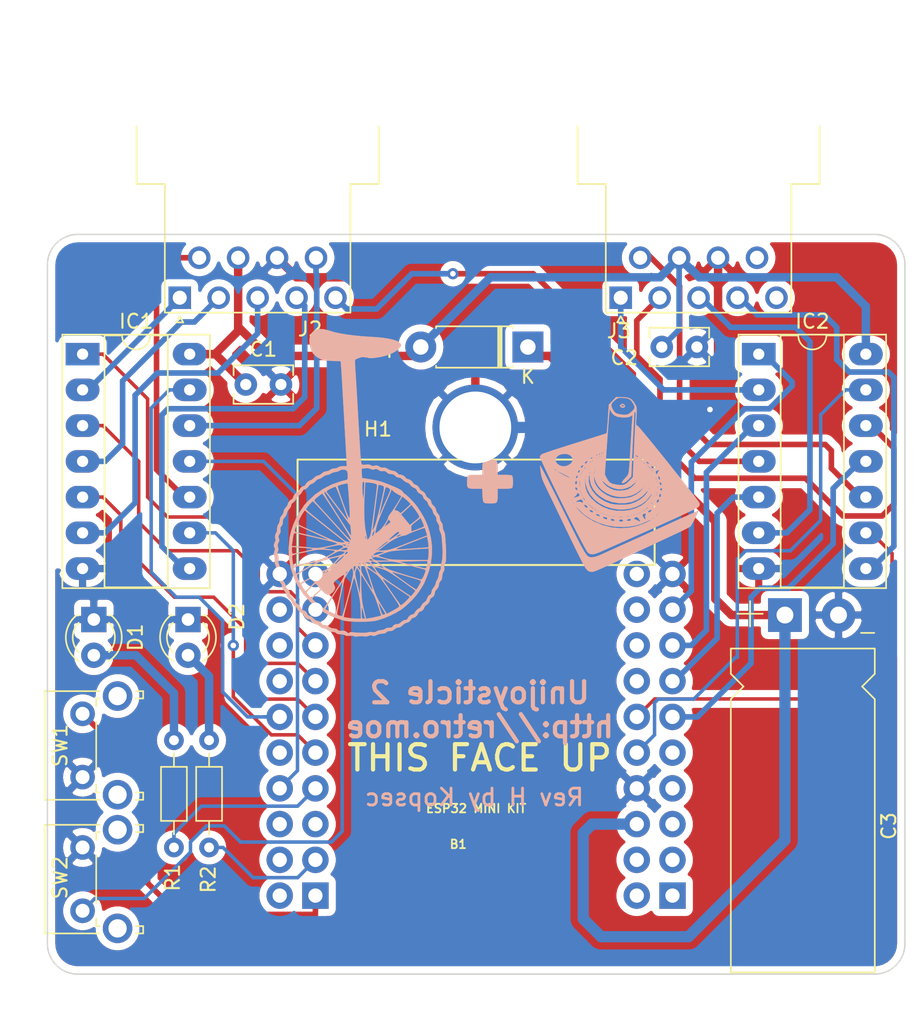
<source format=kicad_pcb>
(kicad_pcb (version 20171130) (host pcbnew "(5.1.0)-1")
  (layers (0 F.Cu signal) (31 B.Cu signal) (34 B.Paste user) (35 F.Paste user) (36 B.SilkS user hide) (37 F.SilkS user) (38 B.Mask user) (39 F.Mask user) (44 Edge.Cuts user))
  (net 0 "")
  (net 1 "Net-(B1-Pad6)")
  (net 2 "Net-(B1-Pad8)")
  (net 3 "Net-(B1-Pad4)")
  (net 4 GPIO_J2FIRE)
  (net 5 GPIO_J2LEFT)
  (net 6 GPIO_J2DOWN)
  (net 7 GPIO_J2UP)
  (net 8 GND)
  (net 9 "Net-(B1-Pad7)")
  (net 10 "Net-(B1-Pad15)")
  (net 11 VDD)
  (net 12 GPIO_J1POTY)
  (net 13 GPIO_J2RIGHT)
  (net 14 "Net-(B1-Pad21)")
  (net 15 "Net-(B1-Pad22)")
  (net 16 "Net-(B1-Pad3)")
  (net 17 "Net-(B1-Pad36)")
  (net 18 GPIO_J1UP)
  (net 19 GPIO_J1DOWN)
  (net 20 GPIO_J1LEFT)
  (net 21 GPIO_J1RIGHT)
  (net 22 GPIO_J1LED)
  (net 23 GPIO_J2LED)
  (net 24 GPIO_SWITCH_JOY)
  (net 25 "Net-(B1-Pad39)")
  (net 26 "Net-(B1-Pad35)")
  (net 27 GPIO_J1POTX)
  (net 28 "Net-(B1-Pad34)")
  (net 29 GPIO_J1FIRE)
  (net 30 "Net-(B1-Pad9)")
  (net 31 "Net-(B1-Pad11)")
  (net 32 J1POWER)
  (net 33 J1LEFT)
  (net 34 J1POTX)
  (net 35 J1DOWN)
  (net 36 J1FIRE)
  (net 37 J1UP)
  (net 38 J1RIGHT)
  (net 39 J2LEFT)
  (net 40 J1POTY)
  (net 41 J2DOWN)
  (net 42 J2FIRE)
  (net 43 J2UP)
  (net 44 J2RIGHT)
  (net 45 "Net-(J3-Pad9)")
  (net 46 "Net-(J3-Pad5)")
  (net 47 "Net-(D1-Pad2)")
  (net 48 "Net-(D2-Pad2)")
  (net 49 RESET)
  (module UNIJOYSTICLE_REV_H:unijoysticle_logo (layer F.Cu) (at 143.383 92.71)
    (fp_text reference G*** hide)
    (fp_text value LOGO hide)
  )
  (module Capacitor_THT:CP_Axial_L25.0mm_D10.0mm_P30.00mm_Horizontal (layer F.Cu) (at 165.735 101.981 270)
    (fp_text reference C3 (at 15 -6.12 270) (layer F.SilkS))
    (fp_text value 2200uF)
    (pad 2 thru_hole oval (at 0 -2.54 270) (size 2.4 2.4) (drill 1.2) (layers *.Cu *.Mask) (net 8 GND))
    (pad 1 thru_hole rect (at 0 1.27 270) (size 2.4 2.4) (drill 1.2) (layers *.Cu *.Mask) (net 11 VDD))
  )
  (module Capacitor_THT:C_Rect_L4.0mm_W2.5mm_P2.50mm (layer F.Cu) (at 155.702 82.931)
    (fp_text reference C2 (at -2.667 0.762) (layer F.SilkS))
    (fp_text value 100nF)
    (pad 2 thru_hole circle (at 2.5 0) (size 1.6 1.6) (drill 0.8) (layers *.Cu *.Mask) (net 8 GND))
    (pad 1 thru_hole circle (at 0 0) (size 1.6 1.6) (drill 0.8) (layers *.Cu *.Mask) (net 32 J1POWER))
  )
  (module Capacitor_THT:C_Rect_L4.0mm_W2.5mm_P2.50mm (layer F.Cu) (at 126.111 85.598)
    (fp_text reference C1 (at 1.25 -2.5) (layer F.SilkS))
    (fp_text value 100nF)
    (pad 2 thru_hole circle (at 2.5 0) (size 1.6 1.6) (drill 0.8) (layers *.Cu *.Mask) (net 8 GND))
    (pad 1 thru_hole circle (at 0 0) (size 1.6 1.6) (drill 0.8) (layers *.Cu *.Mask) (net 32 J1POWER))
  )
  (module MountingHole:MountingHole_5.3mm_M5_ISO7380_Pad (layer F.Cu) (at 142.44 88.65)
    (fp_text reference H1 (at -6.931 0.123) (layer F.SilkS))
    (fp_text value MountingHole_Pad)
    (pad 1 thru_hole circle (at 0 0) (size 6.1 6.1) (drill 5.1) (layers *.Cu *.Mask) (net 8 GND))
  )
  (module LED_THT:LED_D3.0mm_FlatTop (layer F.Cu) (at 115.3 102.3 270)
    (fp_text reference D1 (at 1.27 -2.96 270) (layer F.SilkS))
    (fp_text value LED)
    (pad 2 thru_hole circle (at 2.54 0 270) (size 1.8 1.8) (drill 0.9) (layers *.Cu *.Mask) (net 47 "Net-(D1-Pad2)"))
    (pad 1 thru_hole rect (at 0 0 270) (size 1.8 1.8) (drill 0.9) (layers *.Cu *.Mask) (net 8 GND))
  )
  (module LED_THT:LED_D3.0mm_FlatTop (layer F.Cu) (at 122 102.3 270)
    (fp_text reference D2 (at -0.192 -3.476 270) (layer F.SilkS))
    (fp_text value LED)
    (pad 2 thru_hole circle (at 2.54 0 270) (size 1.8 1.8) (drill 0.9) (layers *.Cu *.Mask) (net 48 "Net-(D2-Pad2)"))
    (pad 1 thru_hole rect (at 0 0 270) (size 1.8 1.8) (drill 0.9) (layers *.Cu *.Mask) (net 8 GND))
  )
  (module Button_Switch_THT:SW_Tactile_SPST_Angled_PTS645Vx39-2LFS (layer F.Cu) (at 114.5 123 90)
    (fp_text reference SW2 (at 2.35 -1.597 90) (layer F.SilkS))
    (fp_text value SW_Push)
    (pad "" thru_hole circle (at -1.25 2.49 90) (size 2.1 2.1) (drill 1.3) (layers *.Cu *.Mask))
    (pad 1 thru_hole circle (at 0 0 90) (size 1.75 1.75) (drill 0.99) (layers *.Cu *.Mask) (net 49 RESET))
    (pad 2 thru_hole circle (at 4.5 0 90) (size 1.75 1.75) (drill 0.99) (layers *.Cu *.Mask) (net 8 GND))
    (pad "" thru_hole circle (at 5.76 2.49 90) (size 2.1 2.1) (drill 1.3) (layers *.Cu *.Mask))
  )
  (module Button_Switch_THT:SW_Tactile_SPST_Angled_PTS645Vx39-2LFS (layer F.Cu) (at 114.5 113.5 90)
    (fp_text reference SW1 (at 2.248 -1.597 90) (layer F.SilkS))
    (fp_text value SW_Push)
    (pad "" thru_hole circle (at -1.25 2.49 90) (size 2.1 2.1) (drill 1.3) (layers *.Cu *.Mask))
    (pad 1 thru_hole circle (at 0 0 90) (size 1.75 1.75) (drill 0.99) (layers *.Cu *.Mask) (net 8 GND))
    (pad 2 thru_hole circle (at 4.5 0 90) (size 1.75 1.75) (drill 0.99) (layers *.Cu *.Mask) (net 24 GPIO_SWITCH_JOY))
    (pad "" thru_hole circle (at 5.76 2.49 90) (size 2.1 2.1) (drill 1.3) (layers *.Cu *.Mask))
  )
  (module Resistor_THT:R_Axial_DIN0204_L3.6mm_D1.6mm_P7.62mm_Horizontal (layer F.Cu) (at 123.5 118.5 90)
    (fp_text reference R2 (at -2.277 -0.056 90) (layer F.SilkS))
    (fp_text value 150)
    (pad 2 thru_hole oval (at 7.62 0 90) (size 1.4 1.4) (drill 0.7) (layers *.Cu *.Mask) (net 48 "Net-(D2-Pad2)"))
    (pad 1 thru_hole circle (at 0 0 90) (size 1.4 1.4) (drill 0.7) (layers *.Cu *.Mask) (net 23 GPIO_J2LED))
  )
  (module Resistor_THT:R_Axial_DIN0204_L3.6mm_D1.6mm_P7.62mm_Horizontal (layer F.Cu) (at 121 118.5 90)
    (fp_text reference R1 (at -2.15 -0.096 90) (layer F.SilkS))
    (fp_text value 150)
    (pad 2 thru_hole oval (at 7.62 0 90) (size 1.4 1.4) (drill 0.7) (layers *.Cu *.Mask) (net 47 "Net-(D1-Pad2)"))
    (pad 1 thru_hole circle (at 0 0 90) (size 1.4 1.4) (drill 0.7) (layers *.Cu *.Mask) (net 22 GPIO_J1LED))
  )
  (module Connector_Dsub:DSUB-9_Female_Horizontal_P2.77x2.84mm_EdgePinOffset9.40mm (layer F.Cu) (at 152.781 79.428 180)
    (fp_text reference J3 (at 0.127 -2.36 180) (layer F.SilkS))
    (fp_text value DB9_Female)
    (pad 9 thru_hole circle (at -9.695 2.84 180) (size 1.6 1.6) (drill 1) (layers *.Cu *.Mask) (net 45 "Net-(J3-Pad9)"))
    (pad 8 thru_hole circle (at -6.925 2.84 180) (size 1.6 1.6) (drill 1) (layers *.Cu *.Mask) (net 8 GND))
    (pad 7 thru_hole circle (at -4.155 2.84 180) (size 1.6 1.6) (drill 1) (layers *.Cu *.Mask) (net 32 J1POWER))
    (pad 6 thru_hole circle (at -1.385 2.84 180) (size 1.6 1.6) (drill 1) (layers *.Cu *.Mask) (net 42 J2FIRE))
    (pad 5 thru_hole circle (at -11.08 0 180) (size 1.6 1.6) (drill 1) (layers *.Cu *.Mask) (net 46 "Net-(J3-Pad5)"))
    (pad 4 thru_hole circle (at -8.31 0 180) (size 1.6 1.6) (drill 1) (layers *.Cu *.Mask) (net 44 J2RIGHT))
    (pad 3 thru_hole circle (at -5.54 0 180) (size 1.6 1.6) (drill 1) (layers *.Cu *.Mask) (net 39 J2LEFT))
    (pad 2 thru_hole circle (at -2.77 0 180) (size 1.6 1.6) (drill 1) (layers *.Cu *.Mask) (net 41 J2DOWN))
    (pad 1 thru_hole rect (at 0 0 180) (size 1.6 1.6) (drill 1) (layers *.Cu *.Mask) (net 43 J2UP))
  )
  (module Connector_Dsub:DSUB-9_Female_Horizontal_P2.77x2.84mm_EdgePinOffset9.40mm (layer F.Cu) (at 121.412 79.428 180)
    (fp_text reference J2 (at -9.271 -2.233 180) (layer F.SilkS))
    (fp_text value DB9_Female)
    (pad 9 thru_hole circle (at -9.695 2.84 180) (size 1.6 1.6) (drill 1) (layers *.Cu *.Mask) (net 34 J1POTX))
    (pad 8 thru_hole circle (at -6.925 2.84 180) (size 1.6 1.6) (drill 1) (layers *.Cu *.Mask) (net 8 GND))
    (pad 7 thru_hole circle (at -4.155 2.84 180) (size 1.6 1.6) (drill 1) (layers *.Cu *.Mask) (net 32 J1POWER))
    (pad 6 thru_hole circle (at -1.385 2.84 180) (size 1.6 1.6) (drill 1) (layers *.Cu *.Mask) (net 36 J1FIRE))
    (pad 5 thru_hole circle (at -11.08 0 180) (size 1.6 1.6) (drill 1) (layers *.Cu *.Mask) (net 40 J1POTY))
    (pad 4 thru_hole circle (at -8.31 0 180) (size 1.6 1.6) (drill 1) (layers *.Cu *.Mask) (net 38 J1RIGHT))
    (pad 3 thru_hole circle (at -5.54 0 180) (size 1.6 1.6) (drill 1) (layers *.Cu *.Mask) (net 33 J1LEFT))
    (pad 2 thru_hole circle (at -2.77 0 180) (size 1.6 1.6) (drill 1) (layers *.Cu *.Mask) (net 35 J1DOWN))
    (pad 1 thru_hole rect (at 0 0 180) (size 1.6 1.6) (drill 1) (layers *.Cu *.Mask) (net 37 J1UP))
  )
  (module Package_DIP:DIP-14_W7.62mm_Socket_LongPads (layer F.Cu) (at 162.6 83.439)
    (fp_text reference IC2 (at 3.81 -2.33) (layer F.SilkS))
    (fp_text value 74LS05)
    (pad 14 thru_hole oval (at 7.62 0) (size 2.4 1.6) (drill 0.8) (layers *.Cu *.Mask) (net 32 J1POWER))
    (pad 7 thru_hole oval (at 0 15.24) (size 2.4 1.6) (drill 0.8) (layers *.Cu *.Mask) (net 8 GND))
    (pad 13 thru_hole oval (at 7.62 2.54) (size 2.4 1.6) (drill 0.8) (layers *.Cu *.Mask) (net 12 GPIO_J1POTY))
    (pad 6 thru_hole oval (at 0 12.7) (size 2.4 1.6) (drill 0.8) (layers *.Cu *.Mask) (net 39 J2LEFT))
    (pad 12 thru_hole oval (at 7.62 5.08) (size 2.4 1.6) (drill 0.8) (layers *.Cu *.Mask) (net 40 J1POTY))
    (pad 5 thru_hole oval (at 0 10.16) (size 2.4 1.6) (drill 0.8) (layers *.Cu *.Mask) (net 5 GPIO_J2LEFT))
    (pad 11 thru_hole oval (at 7.62 7.62) (size 2.4 1.6) (drill 0.8) (layers *.Cu *.Mask) (net 4 GPIO_J2FIRE))
    (pad 4 thru_hole oval (at 0 7.62) (size 2.4 1.6) (drill 0.8) (layers *.Cu *.Mask) (net 41 J2DOWN))
    (pad 10 thru_hole oval (at 7.62 10.16) (size 2.4 1.6) (drill 0.8) (layers *.Cu *.Mask) (net 42 J2FIRE))
    (pad 3 thru_hole oval (at 0 5.08) (size 2.4 1.6) (drill 0.8) (layers *.Cu *.Mask) (net 6 GPIO_J2DOWN))
    (pad 9 thru_hole oval (at 7.62 12.7) (size 2.4 1.6) (drill 0.8) (layers *.Cu *.Mask) (net 13 GPIO_J2RIGHT))
    (pad 2 thru_hole oval (at 0 2.54) (size 2.4 1.6) (drill 0.8) (layers *.Cu *.Mask) (net 43 J2UP))
    (pad 8 thru_hole oval (at 7.62 15.24) (size 2.4 1.6) (drill 0.8) (layers *.Cu *.Mask) (net 44 J2RIGHT))
    (pad 1 thru_hole rect (at 0 0) (size 2.4 1.6) (drill 0.8) (layers *.Cu *.Mask) (net 7 GPIO_J2UP))
  )
  (module Package_DIP:DIP-14_W7.62mm_Socket_LongPads (layer F.Cu) (at 114.5 83.439)
    (fp_text reference IC1 (at 3.81 -2.33) (layer F.SilkS))
    (fp_text value 74LS05)
    (pad 14 thru_hole oval (at 7.62 0) (size 2.4 1.6) (drill 0.8) (layers *.Cu *.Mask) (net 32 J1POWER))
    (pad 7 thru_hole oval (at 0 15.24) (size 2.4 1.6) (drill 0.8) (layers *.Cu *.Mask) (net 8 GND))
    (pad 13 thru_hole oval (at 7.62 2.54) (size 2.4 1.6) (drill 0.8) (layers *.Cu *.Mask) (net 27 GPIO_J1POTX))
    (pad 6 thru_hole oval (at 0 12.7) (size 2.4 1.6) (drill 0.8) (layers *.Cu *.Mask) (net 33 J1LEFT))
    (pad 12 thru_hole oval (at 7.62 5.08) (size 2.4 1.6) (drill 0.8) (layers *.Cu *.Mask) (net 34 J1POTX))
    (pad 5 thru_hole oval (at 0 10.16) (size 2.4 1.6) (drill 0.8) (layers *.Cu *.Mask) (net 20 GPIO_J1LEFT))
    (pad 11 thru_hole oval (at 7.62 7.62) (size 2.4 1.6) (drill 0.8) (layers *.Cu *.Mask) (net 29 GPIO_J1FIRE))
    (pad 4 thru_hole oval (at 0 7.62) (size 2.4 1.6) (drill 0.8) (layers *.Cu *.Mask) (net 35 J1DOWN))
    (pad 10 thru_hole oval (at 7.62 10.16) (size 2.4 1.6) (drill 0.8) (layers *.Cu *.Mask) (net 36 J1FIRE))
    (pad 3 thru_hole oval (at 0 5.08) (size 2.4 1.6) (drill 0.8) (layers *.Cu *.Mask) (net 19 GPIO_J1DOWN))
    (pad 9 thru_hole oval (at 7.62 12.7) (size 2.4 1.6) (drill 0.8) (layers *.Cu *.Mask) (net 21 GPIO_J1RIGHT))
    (pad 2 thru_hole oval (at 0 2.54) (size 2.4 1.6) (drill 0.8) (layers *.Cu *.Mask) (net 37 J1UP))
    (pad 8 thru_hole oval (at 7.62 15.24) (size 2.4 1.6) (drill 0.8) (layers *.Cu *.Mask) (net 38 J1RIGHT))
    (pad 1 thru_hole rect (at 0 0) (size 2.4 1.6) (drill 0.8) (layers *.Cu *.Mask) (net 18 GPIO_J1UP))
  )
  (module Diode_THT:D_DO-41_SOD81_P7.62mm_Horizontal (layer F.Cu) (at 146.177 82.931 180)
    (fp_text reference D4 (at 10.541 -0.254 180) (layer F.SilkS))
    (fp_text value 1N5819)
    (fp_text user K (at 0 -2.1 180) (layer F.SilkS))
    (pad 2 thru_hole oval (at 7.62 0 180) (size 2.2 2.2) (drill 1.1) (layers *.Cu *.Mask) (net 32 J1POWER))
    (pad 1 thru_hole rect (at 0 0 180) (size 2.2 2.2) (drill 1.1) (layers *.Cu *.Mask) (net 11 VDD))
  )
  (module Unijoysticle:MH-ET_LIVE_MINIKIT_ESP32 (layer F.Cu) (at 127.254 130.81)
    (fp_text reference B1 (at 13.97 -12.54) (layer F.SilkS) (effects (font (size 0.6096 0.6096) (thickness 0.127))))
    (fp_text value "ESP32 MINI KIT" (at 15.24 -15.08) (layer F.SilkS) (effects (font (size 0.6096 0.6096) (thickness 0.127))))
    (pad 6 thru_hole rect (at 29.21 -8.89) (size 1.8796 1.8796) (drill 1.016) (layers *.Cu *.Mask) (net 1 "Net-(B1-Pad6)"))
    (pad 8 thru_hole circle (at 29.21 -11.43) (size 1.8796 1.8796) (drill 1.016) (layers *.Cu *.Mask) (net 2 "Net-(B1-Pad8)"))
    (pad "" thru_hole circle (at 29.21 -13.97) (size 1.8796 1.8796) (drill 1.016) (layers *.Cu *.Mask))
    (pad 0 thru_hole circle (at 29.21 -16.51) (size 1.8796 1.8796) (drill 1.016) (layers *.Cu *.Mask))
    (pad 4 thru_hole circle (at 29.21 -19.05) (size 1.8796 1.8796) (drill 1.016) (layers *.Cu *.Mask) (net 3 "Net-(B1-Pad4)"))
    (pad 12 thru_hole circle (at 29.21 -21.59) (size 1.8796 1.8796) (drill 1.016) (layers *.Cu *.Mask) (net 4 GPIO_J2FIRE))
    (pad 32 thru_hole circle (at 29.21 -24.13) (size 1.8796 1.8796) (drill 1.016) (layers *.Cu *.Mask) (net 5 GPIO_J2LEFT))
    (pad 25 thru_hole circle (at 29.21 -26.67) (size 1.8796 1.8796) (drill 1.016) (layers *.Cu *.Mask) (net 6 GPIO_J2DOWN))
    (pad 27 thru_hole circle (at 29.21 -29.21) (size 1.8796 1.8796) (drill 1.016) (layers *.Cu *.Mask) (net 7 GPIO_J2UP))
    (pad 1 thru_hole circle (at 29.21 -31.75) (size 1.8796 1.8796) (drill 1.016) (layers *.Cu *.Mask) (net 8 GND))
    (pad 7 thru_hole circle (at 26.67 -8.89) (size 1.8796 1.8796) (drill 1.016) (layers *.Cu *.Mask) (net 9 "Net-(B1-Pad7)"))
    (pad 15 thru_hole circle (at 26.67 -11.43) (size 1.8796 1.8796) (drill 1.016) (layers *.Cu *.Mask) (net 10 "Net-(B1-Pad15)"))
    (pad 2 thru_hole circle (at 26.67 -13.97) (size 1.8796 1.8796) (drill 1.016) (layers *.Cu *.Mask) (net 11 VDD))
    (pad 1 thru_hole circle (at 26.67 -16.51) (size 1.8796 1.8796) (drill 1.016) (layers *.Cu *.Mask) (net 8 GND))
    (pad 16 thru_hole circle (at 26.67 -19.05) (size 1.8796 1.8796) (drill 1.016) (layers *.Cu *.Mask) (net 12 GPIO_J1POTY))
    (pad 17 thru_hole circle (at 26.67 -21.59) (size 1.8796 1.8796) (drill 1.016) (layers *.Cu *.Mask) (net 13 GPIO_J2RIGHT))
    (pad 21 thru_hole circle (at 26.67 -24.13) (size 1.8796 1.8796) (drill 1.016) (layers *.Cu *.Mask) (net 14 "Net-(B1-Pad21)"))
    (pad 22 thru_hole circle (at 26.67 -26.67) (size 1.8796 1.8796) (drill 1.016) (layers *.Cu *.Mask) (net 15 "Net-(B1-Pad22)"))
    (pad 3 thru_hole circle (at 26.67 -29.21) (size 1.8796 1.8796) (drill 1.016) (layers *.Cu *.Mask) (net 16 "Net-(B1-Pad3)"))
    (pad "" thru_hole circle (at 26.67 -31.75) (size 1.8796 1.8796) (drill 1.016) (layers *.Cu *.Mask))
    (pad 24 thru_hole circle (at 3.81 -31.75) (size 1.8796 1.8796) (drill 1.016) (layers *.Cu *.Mask) (net 49 RESET))
    (pad 36 thru_hole circle (at 3.81 -29.21) (size 1.8796 1.8796) (drill 1.016) (layers *.Cu *.Mask) (net 17 "Net-(B1-Pad36)"))
    (pad 26 thru_hole circle (at 3.81 -26.67) (size 1.8796 1.8796) (drill 1.016) (layers *.Cu *.Mask) (net 18 GPIO_J1UP))
    (pad 18 thru_hole circle (at 3.81 -24.13) (size 1.8796 1.8796) (drill 1.016) (layers *.Cu *.Mask) (net 19 GPIO_J1DOWN))
    (pad 19 thru_hole circle (at 3.81 -21.59) (size 1.8796 1.8796) (drill 1.016) (layers *.Cu *.Mask) (net 20 GPIO_J1LEFT))
    (pad 23 thru_hole circle (at 3.81 -19.05) (size 1.8796 1.8796) (drill 1.016) (layers *.Cu *.Mask) (net 21 GPIO_J1RIGHT))
    (pad 5 thru_hole circle (at 3.81 -16.51) (size 1.8796 1.8796) (drill 1.016) (layers *.Cu *.Mask) (net 22 GPIO_J1LED))
    (pad "" thru_hole circle (at 3.81 -13.97) (size 1.8796 1.8796) (drill 1.016) (layers *.Cu *.Mask))
    (pad 13 thru_hole circle (at 3.81 -11.43) (size 1.8796 1.8796) (drill 1.016) (layers *.Cu *.Mask) (net 23 GPIO_J2LED))
    (pad 10 thru_hole rect (at 3.81 -8.89) (size 1.8796 1.8796) (drill 1.016) (layers *.Cu *.Mask) (net 24 GPIO_SWITCH_JOY))
    (pad 1 thru_hole circle (at 1.27 -31.75) (size 1.8796 1.8796) (drill 1.016) (layers *.Cu *.Mask) (net 8 GND))
    (pad "" thru_hole circle (at 1.27 -29.21) (size 1.8796 1.8796) (drill 1.016) (layers *.Cu *.Mask))
    (pad 39 thru_hole circle (at 1.27 -26.67) (size 1.8796 1.8796) (drill 1.016) (layers *.Cu *.Mask) (net 25 "Net-(B1-Pad39)"))
    (pad 35 thru_hole circle (at 1.27 -24.13) (size 1.8796 1.8796) (drill 1.016) (layers *.Cu *.Mask) (net 26 "Net-(B1-Pad35)"))
    (pad 33 thru_hole circle (at 1.27 -21.59) (size 1.8796 1.8796) (drill 1.016) (layers *.Cu *.Mask) (net 27 GPIO_J1POTX))
    (pad 34 thru_hole circle (at 1.27 -19.05) (size 1.8796 1.8796) (drill 1.016) (layers *.Cu *.Mask) (net 28 "Net-(B1-Pad34)"))
    (pad 14 thru_hole circle (at 1.27 -16.51) (size 1.8796 1.8796) (drill 1.016) (layers *.Cu *.Mask) (net 29 GPIO_J1FIRE))
    (pad "" thru_hole circle (at 1.27 -13.97) (size 1.8796 1.8796) (drill 1.016) (layers *.Cu *.Mask))
    (pad 9 thru_hole circle (at 1.27 -11.43) (size 1.8796 1.8796) (drill 1.016) (layers *.Cu *.Mask) (net 30 "Net-(B1-Pad9)"))
    (pad 11 thru_hole circle (at 1.27 -8.89) (size 1.8796 1.8796) (drill 1.016) (layers *.Cu *.Mask) (net 31 "Net-(B1-Pad11)"))
  )
  (gr_text "Rev H by Kopsec" (at 142.367 114.935) (layer B.SilkS) (effects (font (size 1.2 1.2) (thickness 0.2)) (justify mirror)))
  (gr_text "THIS FACE UP" (at 142.748 112.141) (layer F.SilkS) (effects (font (size 1.8 1.8) (thickness 0.3))))
  (gr_text "Unijoysticle 2\nhttp://retro.moe" (at 142.748 108.712) (layer B.SilkS) (effects (font (size 1.5 1.5) (thickness 0.3)) (justify mirror)))
  (gr_arc (start 114.159 125.341) (end 114.159 127.5) (angle 90) (layer Edge.Cuts) (width 0.1))
  (gr_arc (start 170.84 125.341) (end 170.84 127.5) (angle -90) (layer Edge.Cuts) (width 0.1))
  (gr_arc (start 170.84 77.089) (end 173 77.089) (angle -90) (layer Edge.Cuts) (width 0.1))
  (gr_arc (start 114.159 77.089) (end 114.159 74.93) (angle -90) (layer Edge.Cuts) (width 0.1))
  (gr_line (start 112 77.089) (end 112 125.341) (layer Edge.Cuts) (width 0.1))
  (gr_line (start 114.159 127.5) (end 170.84 127.5) (layer Edge.Cuts) (width 0.1))
  (gr_line (start 173 77.089) (end 173 125.341) (layer Edge.Cuts) (width 0.1))
  (gr_line (start 170.84 74.93) (end 114.159 74.93) (layer Edge.Cuts) (width 0.1))
  (segment (start 158.242 109.22) (end 156.464 109.22) (width 0.4) (layer B.Cu) (net 4))
  (segment (start 162.052 105.41) (end 158.242 109.22) (width 0.4) (layer B.Cu) (net 4))
  (segment (start 162.052 100.711) (end 162.052 105.41) (width 0.4) (layer B.Cu) (net 4))
  (segment (start 169.82 91.059) (end 167.894 92.985) (width 0.4) (layer B.Cu) (net 4))
  (segment (start 170.22 91.059) (end 169.82 91.059) (width 0.4) (layer B.Cu) (net 4))
  (segment (start 167.894 92.985) (end 167.894 96.901) (width 0.4) (layer B.Cu) (net 4))
  (segment (start 167.894 96.901) (end 164.719 100.076) (width 0.4) (layer B.Cu) (net 4))
  (segment (start 164.719 100.076) (end 162.687 100.076) (width 0.4) (layer B.Cu) (net 4))
  (segment (start 162.687 100.076) (end 162.052 100.711) (width 0.4) (layer B.Cu) (net 4))
  (segment (start 156.591 106.68) (end 156.464 106.68) (width 0.4) (layer B.Cu) (net 5))
  (segment (start 159.639 103.632) (end 156.591 106.68) (width 0.4) (layer B.Cu) (net 5))
  (segment (start 159.639 94.742) (end 159.639 103.632) (width 0.4) (layer B.Cu) (net 5))
  (segment (start 162.6 93.599) (end 160.782 93.599) (width 0.4) (layer B.Cu) (net 5))
  (segment (start 160.782 93.599) (end 159.639 94.742) (width 0.4) (layer B.Cu) (net 5))
  (segment (start 157.793077 104.14) (end 158.877 103.056077) (width 0.4) (layer B.Cu) (net 6))
  (segment (start 156.464 104.14) (end 157.793077 104.14) (width 0.4) (layer B.Cu) (net 6))
  (segment (start 162.2 88.519) (end 162.6 88.519) (width 0.4) (layer B.Cu) (net 6))
  (segment (start 158.877 91.842) (end 162.2 88.519) (width 0.4) (layer B.Cu) (net 6))
  (segment (start 158.877 103.056077) (end 158.877 91.842) (width 0.4) (layer B.Cu) (net 6))
  (segment (start 157.803801 100.260199) (end 157.803801 91.116199) (width 0.4) (layer B.Cu) (net 7))
  (segment (start 156.464 101.6) (end 157.803801 100.260199) (width 0.4) (layer B.Cu) (net 7))
  (segment (start 163.35708 87.31899) (end 164.973 85.70307) (width 0.4) (layer B.Cu) (net 7))
  (segment (start 157.803801 91.116199) (end 161.60101 87.31899) (width 0.4) (layer B.Cu) (net 7))
  (segment (start 161.60101 87.31899) (end 163.35708 87.31899) (width 0.4) (layer B.Cu) (net 7))
  (segment (start 163 83.439) (end 162.6 83.439) (width 0.4) (layer B.Cu) (net 7))
  (segment (start 164.973 85.412) (end 163 83.439) (width 0.4) (layer B.Cu) (net 7))
  (segment (start 164.973 85.70307) (end 164.973 85.412) (width 0.4) (layer B.Cu) (net 7))
  (segment (start 128.337 76.588) (end 129.727 77.978) (width 0.6) (layer F.Cu) (net 8))
  (segment (start 142.44 81.988) (end 142.44 88.65) (width 0.6) (layer F.Cu) (net 8))
  (segment (start 138.43 77.978) (end 142.44 81.988) (width 0.6) (layer F.Cu) (net 8))
  (segment (start 129.727 77.978) (end 138.43 77.978) (width 0.6) (layer F.Cu) (net 8))
  (segment (start 145.551269 88.65) (end 145.555269 88.646) (width 0.8) (layer B.Cu) (net 8))
  (segment (start 142.44 88.65) (end 145.551269 88.65) (width 0.8) (layer B.Cu) (net 8))
  (segment (start 145.555269 88.646) (end 158.369 88.646) (width 0.8) (layer B.Cu) (net 8))
  (via (at 159.131 87.376) (size 0.8) (drill 0.4) (layers F.Cu B.Cu) (net 8))
  (segment (start 158.369 88.646) (end 159.131 87.884) (width 0.8) (layer B.Cu) (net 8))
  (segment (start 159.131 87.884) (end 159.131 87.376) (width 0.8) (layer B.Cu) (net 8))
  (segment (start 159.706 86.801) (end 159.131 87.376) (width 0.6) (layer F.Cu) (net 8))
  (segment (start 159.706 76.408) (end 159.706 86.801) (width 0.6) (layer F.Cu) (net 8))
  (segment (start 147.75 83.566) (end 159.512 95.328) (width 0.6) (layer F.Cu) (net 11))
  (segment (start 159.512 95.328) (end 159.512 100.838) (width 0.6) (layer F.Cu) (net 11))
  (segment (start 160.655 101.981) (end 164.465 101.981) (width 0.6) (layer F.Cu) (net 11))
  (segment (start 159.512 100.838) (end 160.655 101.981) (width 0.6) (layer F.Cu) (net 11))
  (segment (start 150.749 116.84) (end 150.114 117.475) (width 0.8) (layer B.Cu) (net 11))
  (segment (start 153.924 116.84) (end 150.749 116.84) (width 0.8) (layer B.Cu) (net 11))
  (segment (start 151.384 124.841) (end 157.607 124.841) (width 0.8) (layer B.Cu) (net 11))
  (segment (start 150.114 117.475) (end 150.114 123.444) (width 0.8) (layer B.Cu) (net 11))
  (segment (start 164.465 117.983) (end 164.465 101.981) (width 0.8) (layer B.Cu) (net 11))
  (segment (start 150.114 123.444) (end 150.129801 123.459801) (width 0.8) (layer B.Cu) (net 11))
  (segment (start 150.129801 123.459801) (end 150.129801 123.586801) (width 0.8) (layer B.Cu) (net 11))
  (segment (start 157.607 124.841) (end 164.465 117.983) (width 0.8) (layer B.Cu) (net 11))
  (segment (start 150.129801 123.586801) (end 151.384 124.841) (width 0.8) (layer B.Cu) (net 11))
  (segment (start 146.812 83.566) (end 146.177 82.931) (width 0.6) (layer F.Cu) (net 11))
  (segment (start 147.75 83.566) (end 146.812 83.566) (width 0.6) (layer F.Cu) (net 11))
  (segment (start 153.924 111.76) (end 154.863799 110.820201) (width 0.25) (layer B.Cu) (net 12))
  (segment (start 168.77 85.979) (end 167.005 87.744) (width 0.25) (layer B.Cu) (net 12))
  (segment (start 170.22 85.979) (end 168.77 85.979) (width 0.25) (layer B.Cu) (net 12))
  (segment (start 167.005 87.744) (end 167.005 95.25) (width 0.25) (layer B.Cu) (net 12))
  (segment (start 167.005 95.25) (end 164.846 97.409) (width 0.25) (layer B.Cu) (net 12))
  (segment (start 164.846 97.409) (end 161.671 97.409) (width 0.25) (layer B.Cu) (net 12))
  (segment (start 161.07499 98.00501) (end 161.07499 104.99001) (width 0.25) (layer B.Cu) (net 12))
  (segment (start 161.671 97.409) (end 161.07499 98.00501) (width 0.25) (layer B.Cu) (net 12))
  (segment (start 161.07499 104.99001) (end 160.94799 104.99001) (width 0.25) (layer B.Cu) (net 12))
  (segment (start 157.982801 107.955199) (end 155.442801 107.955199) (width 0.25) (layer B.Cu) (net 12))
  (segment (start 160.94799 104.99001) (end 157.982801 107.955199) (width 0.25) (layer B.Cu) (net 12))
  (segment (start 155.188801 110.495199) (end 154.863799 110.820201) (width 0.25) (layer B.Cu) (net 12))
  (segment (start 155.188801 108.209199) (end 155.188801 110.495199) (width 0.25) (layer B.Cu) (net 12))
  (segment (start 155.442801 107.955199) (end 155.188801 108.209199) (width 0.25) (layer B.Cu) (net 12))
  (segment (start 170.62 96.139) (end 170.22 96.139) (width 0.25) (layer F.Cu) (net 13))
  (segment (start 172.085 97.604) (end 170.62 96.139) (width 0.25) (layer F.Cu) (net 13))
  (segment (start 172.085 104.14) (end 172.085 97.604) (width 0.25) (layer F.Cu) (net 13))
  (segment (start 168.280199 107.944801) (end 172.085 104.14) (width 0.25) (layer F.Cu) (net 13))
  (segment (start 155.199199 107.944801) (end 168.280199 107.944801) (width 0.25) (layer F.Cu) (net 13))
  (segment (start 153.924 109.22) (end 155.199199 107.944801) (width 0.25) (layer F.Cu) (net 13))
  (segment (start 114.5 83.439) (end 114.9 83.439) (width 0.4) (layer F.Cu) (net 18))
  (segment (start 130.124201 103.200201) (end 131.064 104.14) (width 0.25) (layer F.Cu) (net 18))
  (segment (start 129.799199 102.875199) (end 130.124201 103.200201) (width 0.25) (layer F.Cu) (net 18))
  (segment (start 129.799199 100.843199) (end 129.799199 102.875199) (width 0.25) (layer F.Cu) (net 18))
  (segment (start 129.280801 100.324801) (end 129.799199 100.843199) (width 0.25) (layer F.Cu) (net 18))
  (segment (start 127.502801 100.324801) (end 129.280801 100.324801) (width 0.25) (layer F.Cu) (net 18))
  (segment (start 114.5 83.439) (end 115.95 83.439) (width 0.25) (layer F.Cu) (net 18))
  (segment (start 115.95 83.439) (end 119.126 86.615) (width 0.25) (layer F.Cu) (net 18))
  (segment (start 127 99.822) (end 127.502801 100.324801) (width 0.25) (layer F.Cu) (net 18))
  (segment (start 119.126 86.615) (end 119.126 93.599) (width 0.25) (layer F.Cu) (net 18))
  (segment (start 119.126 93.599) (end 120.54099 95.01399) (width 0.25) (layer F.Cu) (net 18))
  (segment (start 120.54099 95.01399) (end 124.73199 95.01399) (width 0.25) (layer F.Cu) (net 18))
  (segment (start 127 97.282) (end 127 99.822) (width 0.25) (layer F.Cu) (net 18))
  (segment (start 124.73199 95.01399) (end 127 97.282) (width 0.25) (layer F.Cu) (net 18))
  (segment (start 130.124201 105.740201) (end 131.064 106.68) (width 0.25) (layer F.Cu) (net 19))
  (segment (start 129.799199 105.415199) (end 130.124201 105.740201) (width 0.25) (layer F.Cu) (net 19))
  (segment (start 127.132199 105.415199) (end 129.799199 105.415199) (width 0.25) (layer F.Cu) (net 19))
  (segment (start 126.54999 104.83299) (end 127.132199 105.415199) (width 0.25) (layer F.Cu) (net 19))
  (segment (start 126.54999 98.48299) (end 126.54999 104.83299) (width 0.25) (layer F.Cu) (net 19))
  (segment (start 114.5 88.519) (end 115.95 88.519) (width 0.25) (layer F.Cu) (net 19))
  (segment (start 115.95 88.519) (end 118.491 91.06) (width 0.25) (layer F.Cu) (net 19))
  (segment (start 118.491 95.377) (end 120.523 97.409) (width 0.25) (layer F.Cu) (net 19))
  (segment (start 120.523 97.409) (end 125.476 97.409) (width 0.25) (layer F.Cu) (net 19))
  (segment (start 118.491 91.06) (end 118.491 95.377) (width 0.25) (layer F.Cu) (net 19))
  (segment (start 125.476 97.409) (end 126.54999 98.48299) (width 0.25) (layer F.Cu) (net 19))
  (segment (start 130.124201 108.280201) (end 131.064 109.22) (width 0.25) (layer F.Cu) (net 20))
  (segment (start 127.259199 107.955199) (end 129.799199 107.955199) (width 0.25) (layer F.Cu) (net 20))
  (segment (start 126.09998 106.79598) (end 127.259199 107.955199) (width 0.25) (layer F.Cu) (net 20))
  (segment (start 126.09998 102.98598) (end 126.09998 106.79598) (width 0.25) (layer F.Cu) (net 20))
  (segment (start 114.5 93.599) (end 115.95 93.599) (width 0.25) (layer F.Cu) (net 20))
  (segment (start 115.95 93.599) (end 117.221 94.87) (width 0.25) (layer F.Cu) (net 20))
  (segment (start 117.221 94.87) (end 117.221 96.901) (width 0.25) (layer F.Cu) (net 20))
  (segment (start 117.221 96.901) (end 121.031 100.711) (width 0.25) (layer F.Cu) (net 20))
  (segment (start 121.031 100.711) (end 123.825 100.711) (width 0.25) (layer F.Cu) (net 20))
  (segment (start 129.799199 107.955199) (end 130.124201 108.280201) (width 0.25) (layer F.Cu) (net 20))
  (segment (start 123.825 100.711) (end 126.09998 102.98598) (width 0.25) (layer F.Cu) (net 20))
  (segment (start 131.064 111.76) (end 130.124201 110.820201) (width 0.25) (layer F.Cu) (net 21))
  (segment (start 130.124201 110.820201) (end 129.799199 110.495199) (width 0.25) (layer F.Cu) (net 21))
  (segment (start 129.799199 110.495199) (end 127.927293 110.495199) (width 0.25) (layer F.Cu) (net 21))
  (segment (start 127.927293 110.495199) (end 125.222 107.789906) (width 0.25) (layer F.Cu) (net 21))
  (via (at 125.222 104.14) (size 0.8) (drill 0.4) (layers F.Cu B.Cu) (net 21))
  (segment (start 125.222 107.789906) (end 125.222 104.14) (width 0.25) (layer F.Cu) (net 21))
  (segment (start 125.222 104.14) (end 125.222 97.409) (width 0.25) (layer B.Cu) (net 21))
  (segment (start 123.952 96.139) (end 122.12 96.139) (width 0.25) (layer B.Cu) (net 21))
  (segment (start 125.222 97.409) (end 123.952 96.139) (width 0.25) (layer B.Cu) (net 21))
  (segment (start 130.124201 115.239799) (end 131.064 114.3) (width 0.25) (layer B.Cu) (net 22))
  (segment (start 129.799199 115.564801) (end 130.124201 115.239799) (width 0.25) (layer B.Cu) (net 22))
  (segment (start 122.94525 115.564801) (end 129.799199 115.564801) (width 0.25) (layer B.Cu) (net 22))
  (segment (start 121 117.510051) (end 122.94525 115.564801) (width 0.25) (layer B.Cu) (net 22))
  (segment (start 121 118.5) (end 121 117.510051) (width 0.25) (layer B.Cu) (net 22))
  (segment (start 130.124201 120.319799) (end 131.064 119.38) (width 0.25) (layer B.Cu) (net 23))
  (segment (start 129.799199 120.644801) (end 130.124201 120.319799) (width 0.25) (layer B.Cu) (net 23))
  (segment (start 126.63475 120.644801) (end 129.799199 120.644801) (width 0.25) (layer B.Cu) (net 23))
  (segment (start 124.489949 118.5) (end 126.63475 120.644801) (width 0.25) (layer B.Cu) (net 23))
  (segment (start 123.5 118.5) (end 124.489949 118.5) (width 0.25) (layer B.Cu) (net 23))
  (segment (start 131.063999 123.259801) (end 121.354801 123.259801) (width 0.4) (layer F.Cu) (net 24))
  (segment (start 131.064 121.92) (end 131.063999 123.259801) (width 0.4) (layer F.Cu) (net 24))
  (segment (start 121.354801 123.259801) (end 119.126 121.031) (width 0.4) (layer F.Cu) (net 24))
  (segment (start 119.126 113.626) (end 114.5 109) (width 0.4) (layer F.Cu) (net 24))
  (segment (start 119.126 121.031) (end 119.126 113.626) (width 0.4) (layer F.Cu) (net 24))
  (segment (start 120.67 85.979) (end 119.38 87.269) (width 0.25) (layer B.Cu) (net 27))
  (segment (start 122.12 85.979) (end 120.67 85.979) (width 0.25) (layer B.Cu) (net 27))
  (segment (start 119.38 87.269) (end 119.38 98.933) (width 0.25) (layer B.Cu) (net 27))
  (segment (start 119.38 98.933) (end 121.158 100.711) (width 0.25) (layer B.Cu) (net 27))
  (segment (start 127.381 109.22) (end 128.524 109.22) (width 0.25) (layer B.Cu) (net 27))
  (segment (start 122.796002 100.711) (end 124.46 102.374998) (width 0.25) (layer B.Cu) (net 27))
  (segment (start 121.158 100.711) (end 122.796002 100.711) (width 0.25) (layer B.Cu) (net 27))
  (segment (start 124.46 102.374998) (end 124.46 107.442) (width 0.25) (layer B.Cu) (net 27))
  (segment (start 126.238 109.22) (end 128.524 109.22) (width 0.25) (layer B.Cu) (net 27))
  (segment (start 124.46 107.442) (end 126.238 109.22) (width 0.25) (layer B.Cu) (net 27))
  (segment (start 129.788801 113.035199) (end 128.524 114.3) (width 0.25) (layer B.Cu) (net 29))
  (segment (start 129.788801 93.466801) (end 129.788801 113.035199) (width 0.25) (layer B.Cu) (net 29))
  (segment (start 122.12 91.059) (end 127.381 91.059) (width 0.25) (layer B.Cu) (net 29))
  (segment (start 127.381 91.059) (end 129.788801 93.466801) (width 0.25) (layer B.Cu) (net 29))
  (segment (start 125.567 81.498) (end 125.567 76.588) (width 0.6) (layer F.Cu) (net 32))
  (segment (start 170.22 83.439) (end 169.82 83.439) (width 0.6) (layer B.Cu) (net 32))
  (segment (start 125.567 81.792) (end 125.567 81.498) (width 0.6) (layer F.Cu) (net 32))
  (segment (start 123.92 83.439) (end 125.567 81.792) (width 0.6) (layer F.Cu) (net 32))
  (segment (start 170.22 83.439) (end 170.22 80.05) (width 0.6) (layer B.Cu) (net 32))
  (segment (start 157.735999 77.387999) (end 157.778999 77.387999) (width 0.6) (layer B.Cu) (net 32))
  (segment (start 156.936 76.588) (end 157.735999 77.387999) (width 0.6) (layer B.Cu) (net 32))
  (segment (start 157.778999 77.387999) (end 158.369 77.978) (width 0.6) (layer B.Cu) (net 32))
  (segment (start 168.148 77.978) (end 170.22 80.05) (width 0.6) (layer B.Cu) (net 32))
  (segment (start 158.369 77.978) (end 168.148 77.978) (width 0.6) (layer B.Cu) (net 32))
  (segment (start 137.922 83.566) (end 138.557 82.931) (width 0.6) (layer F.Cu) (net 32))
  (segment (start 125.567 81.498) (end 127.635 83.566) (width 0.6) (layer F.Cu) (net 32))
  (segment (start 127.635 83.566) (end 137.922 83.566) (width 0.6) (layer F.Cu) (net 32))
  (segment (start 138.557 82.931) (end 138.938 82.931) (width 0.6) (layer B.Cu) (net 32))
  (segment (start 138.811 82.931) (end 138.557 82.931) (width 0.6) (layer B.Cu) (net 32))
  (segment (start 156.136001 77.387999) (end 156.136001 77.416999) (width 0.6) (layer B.Cu) (net 32))
  (segment (start 156.936 76.588) (end 156.136001 77.387999) (width 0.6) (layer B.Cu) (net 32))
  (segment (start 156.136001 77.416999) (end 155.575 77.978) (width 0.6) (layer B.Cu) (net 32))
  (segment (start 143.51 77.978) (end 138.557 82.931) (width 0.6) (layer B.Cu) (net 32))
  (segment (start 155.575 77.978) (end 143.51 77.978) (width 0.6) (layer B.Cu) (net 32))
  (segment (start 123.952 83.439) (end 123.571 83.439) (width 0.6) (layer F.Cu) (net 32))
  (segment (start 126.111 85.598) (end 123.952 83.439) (width 0.6) (layer F.Cu) (net 32))
  (segment (start 122.12 83.439) (end 123.571 83.439) (width 0.6) (layer F.Cu) (net 32))
  (segment (start 123.571 83.439) (end 123.92 83.439) (width 0.6) (layer F.Cu) (net 32))
  (segment (start 156.936 81.697) (end 156.936 76.588) (width 0.4) (layer B.Cu) (net 32))
  (segment (start 155.702 82.931) (end 156.936 81.697) (width 0.4) (layer B.Cu) (net 32))
  (segment (start 116.1 96.139) (end 118.237 94.002) (width 0.4) (layer B.Cu) (net 33))
  (segment (start 114.5 96.139) (end 116.1 96.139) (width 0.4) (layer B.Cu) (net 33))
  (segment (start 118.237 94.002) (end 118.237 86.36) (width 0.4) (layer B.Cu) (net 33))
  (segment (start 118.237 86.36) (end 119.81801 84.77899) (width 0.4) (layer B.Cu) (net 33))
  (segment (start 119.81801 84.77899) (end 124.13601 84.77899) (width 0.4) (layer B.Cu) (net 33))
  (segment (start 126.952 81.963) (end 126.952 79.428) (width 0.4) (layer B.Cu) (net 33))
  (segment (start 124.13601 84.77899) (end 126.952 81.963) (width 0.4) (layer B.Cu) (net 33))
  (segment (start 131.107 77.71937) (end 131.107 76.588) (width 0.4) (layer B.Cu) (net 34))
  (segment (start 131.15601 77.76838) (end 131.107 77.71937) (width 0.4) (layer B.Cu) (net 34))
  (segment (start 131.15601 87.28399) (end 131.15601 77.76838) (width 0.4) (layer B.Cu) (net 34))
  (segment (start 129.921 88.519) (end 131.15601 87.28399) (width 0.4) (layer B.Cu) (net 34))
  (segment (start 122.12 88.519) (end 129.921 88.519) (width 0.4) (layer B.Cu) (net 34))
  (segment (start 116.1 91.059) (end 117.348 89.811) (width 0.4) (layer B.Cu) (net 35))
  (segment (start 114.5 91.059) (end 116.1 91.059) (width 0.4) (layer B.Cu) (net 35))
  (segment (start 117.348 89.811) (end 117.348 85.344) (width 0.4) (layer B.Cu) (net 35))
  (segment (start 117.348 85.344) (end 121.539 81.153) (width 0.4) (layer B.Cu) (net 35))
  (segment (start 122.457 81.153) (end 124.182 79.428) (width 0.4) (layer B.Cu) (net 35))
  (segment (start 121.539 81.153) (end 122.457 81.153) (width 0.4) (layer B.Cu) (net 35))
  (segment (start 121.72 93.599) (end 119.761 91.64) (width 0.4) (layer F.Cu) (net 36))
  (segment (start 122.12 93.599) (end 121.72 93.599) (width 0.4) (layer F.Cu) (net 36))
  (segment (start 119.761 91.64) (end 119.761 77.851) (width 0.4) (layer F.Cu) (net 36))
  (segment (start 121.024 76.588) (end 122.797 76.588) (width 0.4) (layer F.Cu) (net 36))
  (segment (start 119.761 77.851) (end 121.024 76.588) (width 0.4) (layer F.Cu) (net 36))
  (segment (start 121.412 79.467) (end 121.412 79.428) (width 0.4) (layer B.Cu) (net 37))
  (segment (start 114.9 85.979) (end 121.412 79.467) (width 0.4) (layer B.Cu) (net 37))
  (segment (start 114.5 85.979) (end 114.9 85.979) (width 0.4) (layer B.Cu) (net 37))
  (segment (start 130.302 80.008) (end 129.722 79.428) (width 0.4) (layer B.Cu) (net 38))
  (segment (start 130.302 86.487) (end 130.302 80.008) (width 0.4) (layer B.Cu) (net 38))
  (segment (start 121.72 98.679) (end 120.142 97.101) (width 0.4) (layer B.Cu) (net 38))
  (segment (start 122.12 98.679) (end 121.72 98.679) (width 0.4) (layer B.Cu) (net 38))
  (segment (start 120.142 97.101) (end 120.142 87.757) (width 0.4) (layer B.Cu) (net 38))
  (segment (start 120.142 87.757) (end 120.58001 87.31899) (width 0.4) (layer B.Cu) (net 38))
  (segment (start 120.58001 87.31899) (end 129.47001 87.31899) (width 0.4) (layer B.Cu) (net 38))
  (segment (start 129.47001 87.31899) (end 130.302 86.487) (width 0.4) (layer B.Cu) (net 38))
  (segment (start 158.321 79.248) (end 160.607 81.534) (width 0.4) (layer B.Cu) (net 39))
  (segment (start 160.607 81.534) (end 165.227 81.534) (width 0.4) (layer B.Cu) (net 39))
  (segment (start 165.227 81.534) (end 166.243 82.55) (width 0.4) (layer B.Cu) (net 39))
  (segment (start 166.243 82.55) (end 166.243 94.488) (width 0.4) (layer B.Cu) (net 39))
  (segment (start 164.592 96.139) (end 162.6 96.139) (width 0.4) (layer B.Cu) (net 39))
  (segment (start 166.243 94.488) (end 164.592 96.139) (width 0.4) (layer B.Cu) (net 39))
  (segment (start 132.492 79.428) (end 133.291999 80.227999) (width 0.4) (layer B.Cu) (net 40))
  (via (at 140.843 77.724) (size 0.8) (drill 0.4) (layers F.Cu B.Cu) (net 40))
  (segment (start 170.62 88.519) (end 170.22 88.519) (width 0.4) (layer F.Cu) (net 40))
  (segment (start 172.212 90.111) (end 170.62 88.519) (width 0.4) (layer F.Cu) (net 40))
  (segment (start 168.59899 94.93899) (end 171.38001 94.93899) (width 0.4) (layer F.Cu) (net 40))
  (segment (start 153.67 84.836) (end 153.67 87.884) (width 0.4) (layer F.Cu) (net 40))
  (segment (start 153.67 87.884) (end 158.04501 92.25901) (width 0.4) (layer F.Cu) (net 40))
  (segment (start 171.38001 94.93899) (end 172.212 94.107) (width 0.4) (layer F.Cu) (net 40))
  (segment (start 158.04501 92.25901) (end 165.91901 92.25901) (width 0.4) (layer F.Cu) (net 40))
  (segment (start 172.212 94.107) (end 172.212 90.111) (width 0.4) (layer F.Cu) (net 40))
  (segment (start 165.91901 92.25901) (end 168.59899 94.93899) (width 0.4) (layer F.Cu) (net 40))
  (segment (start 140.843 77.724) (end 146.558 77.724) (width 0.4) (layer F.Cu) (net 40))
  (segment (start 146.558 77.724) (end 153.67 84.836) (width 0.4) (layer F.Cu) (net 40))
  (segment (start 133.291999 80.227999) (end 135.418001 80.227999) (width 0.4) (layer B.Cu) (net 40))
  (segment (start 137.922 77.724) (end 140.843 77.724) (width 0.4) (layer B.Cu) (net 40))
  (segment (start 135.418001 80.227999) (end 137.922 77.724) (width 0.4) (layer B.Cu) (net 40))
  (segment (start 158.369 91.059) (end 162.6 91.059) (width 0.4) (layer F.Cu) (net 41))
  (segment (start 155.575 88.265) (end 158.369 91.059) (width 0.4) (layer F.Cu) (net 41))
  (segment (start 155.575 88.265) (end 155.575 85.217) (width 0.4) (layer F.Cu) (net 41))
  (segment (start 155.575 85.217) (end 153.924 83.566) (width 0.4) (layer F.Cu) (net 41))
  (segment (start 153.924 81.055) (end 155.551 79.428) (width 0.4) (layer F.Cu) (net 41))
  (segment (start 153.924 83.566) (end 153.924 81.055) (width 0.4) (layer F.Cu) (net 41))
  (segment (start 169.82 93.599) (end 170.22 93.599) (width 0.4) (layer F.Cu) (net 42))
  (segment (start 167.767 91.546) (end 169.82 93.599) (width 0.4) (layer F.Cu) (net 42))
  (segment (start 154.166 76.408) (end 154.767 76.408) (width 0.4) (layer F.Cu) (net 42))
  (segment (start 154.767 76.408) (end 156.972 78.613) (width 0.4) (layer F.Cu) (net 42))
  (segment (start 156.972 78.613) (end 156.972 87.757) (width 0.4) (layer F.Cu) (net 42))
  (segment (start 167.767 90.297) (end 167.767 91.546) (width 0.4) (layer F.Cu) (net 42))
  (segment (start 156.972 87.757) (end 159.07399 89.85899) (width 0.4) (layer F.Cu) (net 42))
  (segment (start 159.07399 89.85899) (end 167.32899 89.85899) (width 0.4) (layer F.Cu) (net 42))
  (segment (start 167.32899 89.85899) (end 167.767 90.297) (width 0.4) (layer F.Cu) (net 42))
  (segment (start 152.781 82.931) (end 152.781 79.248) (width 0.4) (layer B.Cu) (net 43))
  (segment (start 162.6 85.979) (end 155.829 85.979) (width 0.4) (layer B.Cu) (net 43))
  (segment (start 155.829 85.979) (end 152.781 82.931) (width 0.4) (layer B.Cu) (net 43))
  (segment (start 170.62 98.679) (end 170.22 98.679) (width 0.4) (layer B.Cu) (net 44))
  (segment (start 172.212 97.087) (end 170.62 98.679) (width 0.4) (layer B.Cu) (net 44))
  (segment (start 172.212 85.09) (end 172.212 97.087) (width 0.4) (layer B.Cu) (net 44))
  (segment (start 171.831 84.709) (end 172.212 85.09) (width 0.4) (layer B.Cu) (net 44))
  (segment (start 162.488 80.645) (end 167.259 80.645) (width 0.4) (layer B.Cu) (net 44))
  (segment (start 161.091 79.248) (end 162.488 80.645) (width 0.4) (layer B.Cu) (net 44))
  (segment (start 167.259 80.645) (end 168.148 81.534) (width 0.4) (layer B.Cu) (net 44))
  (segment (start 168.148 81.534) (end 168.148 83.82) (width 0.4) (layer B.Cu) (net 44))
  (segment (start 168.148 83.82) (end 169.037 84.709) (width 0.4) (layer B.Cu) (net 44))
  (segment (start 169.037 84.709) (end 171.831 84.709) (width 0.4) (layer B.Cu) (net 44))
  (segment (start 121 110.88) (end 121 107.538) (width 0.6) (layer B.Cu) (net 47))
  (segment (start 118.302 104.84) (end 115.3 104.84) (width 0.6) (layer B.Cu) (net 47))
  (segment (start 121 107.538) (end 118.302 104.84) (width 0.6) (layer B.Cu) (net 47))
  (segment (start 123.5 106.34) (end 122 104.84) (width 0.6) (layer B.Cu) (net 48))
  (segment (start 123.5 110.88) (end 123.5 106.34) (width 0.6) (layer B.Cu) (net 48))
  (segment (start 132.207 99.187) (end 131.191 99.187) (width 0.25) (layer B.Cu) (net 49))
  (segment (start 131.191 99.187) (end 131.064 99.06) (width 0.25) (layer B.Cu) (net 49))
  (segment (start 132.969 99.949) (end 132.207 99.187) (width 0.25) (layer B.Cu) (net 49))
  (segment (start 132.969 117.348) (end 132.969 99.949) (width 0.25) (layer B.Cu) (net 49))
  (segment (start 125.735199 118.115199) (end 132.201801 118.115199) (width 0.25) (layer B.Cu) (net 49))
  (segment (start 124.587 116.967) (end 125.735199 118.115199) (width 0.25) (layer B.Cu) (net 49))
  (segment (start 114.5 123) (end 115.374999 122.125001) (width 0.25) (layer B.Cu) (net 49))
  (segment (start 115.374999 122.125001) (end 118.892001 122.125001) (width 0.25) (layer B.Cu) (net 49))
  (segment (start 118.892001 122.125001) (end 122.174 118.843002) (width 0.25) (layer B.Cu) (net 49))
  (segment (start 122.174 118.843002) (end 122.174 118.11) (width 0.25) (layer B.Cu) (net 49))
  (segment (start 122.174 118.11) (end 123.317 116.967) (width 0.25) (layer B.Cu) (net 49))
  (segment (start 132.201801 118.115199) (end 132.969 117.348) (width 0.25) (layer B.Cu) (net 49))
  (segment (start 123.317 116.967) (end 124.587 116.967) (width 0.25) (layer B.Cu) (net 49))
  (zone (net 8) (net_name GND) (layer F.Cu) (connect_pads (clearance 0.508)) (min_thickness 0.254) (fill yes (arc_segments 32) (thermal_gap 0.508) (thermal_bridge_width 0.508))
    (polygon (pts (xy 111.76 74.93) (xy 172.847 74.93) (xy 172.847 127.508) (xy 111.887 127.508) (xy 111.887 75.057)))
  )
  (zone (net 8) (net_name GND) (layer B.Cu) (connect_pads (clearance 0.508)) (min_thickness 0.254) (fill yes (arc_segments 32) (thermal_gap 0.508) (thermal_bridge_width 0.508))
    (polygon (pts (xy 111.887 74.93) (xy 172.974 74.93) (xy 172.974 127.508) (xy 111.887 127.508)))
  )
)
</source>
